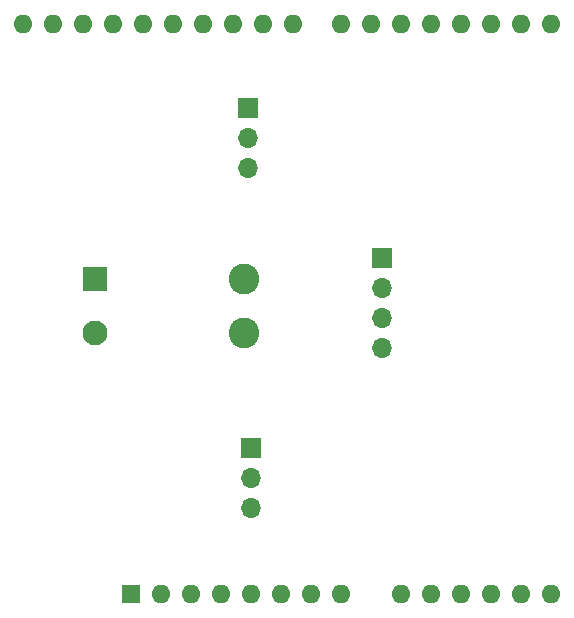
<source format=gbr>
%TF.GenerationSoftware,KiCad,Pcbnew,8.0.6*%
%TF.CreationDate,2025-01-14T17:09:45+01:00*%
%TF.ProjectId,Nivelador Laser,4e697665-6c61-4646-9f72-204c61736572,rev?*%
%TF.SameCoordinates,Original*%
%TF.FileFunction,Soldermask,Top*%
%TF.FilePolarity,Negative*%
%FSLAX46Y46*%
G04 Gerber Fmt 4.6, Leading zero omitted, Abs format (unit mm)*
G04 Created by KiCad (PCBNEW 8.0.6) date 2025-01-14 17:09:45*
%MOMM*%
%LPD*%
G01*
G04 APERTURE LIST*
G04 Aperture macros list*
%AMRoundRect*
0 Rectangle with rounded corners*
0 $1 Rounding radius*
0 $2 $3 $4 $5 $6 $7 $8 $9 X,Y pos of 4 corners*
0 Add a 4 corners polygon primitive as box body*
4,1,4,$2,$3,$4,$5,$6,$7,$8,$9,$2,$3,0*
0 Add four circle primitives for the rounded corners*
1,1,$1+$1,$2,$3*
1,1,$1+$1,$4,$5*
1,1,$1+$1,$6,$7*
1,1,$1+$1,$8,$9*
0 Add four rect primitives between the rounded corners*
20,1,$1+$1,$2,$3,$4,$5,0*
20,1,$1+$1,$4,$5,$6,$7,0*
20,1,$1+$1,$6,$7,$8,$9,0*
20,1,$1+$1,$8,$9,$2,$3,0*%
G04 Aperture macros list end*
%ADD10R,1.700000X1.700000*%
%ADD11O,1.700000X1.700000*%
%ADD12C,2.600000*%
%ADD13RoundRect,0.250001X-0.799999X0.799999X-0.799999X-0.799999X0.799999X-0.799999X0.799999X0.799999X0*%
%ADD14C,2.100000*%
%ADD15R,1.600000X1.600000*%
%ADD16O,1.600000X1.600000*%
G04 APERTURE END LIST*
D10*
%TO.C,Servo2*%
X175895000Y-54864000D03*
D11*
X175895000Y-57404000D03*
X175895000Y-59944000D03*
%TD*%
D10*
%TO.C,IMU1*%
X187223000Y-67574000D03*
D11*
X187223000Y-70114000D03*
X187223000Y-72654000D03*
X187223000Y-75194000D03*
%TD*%
D10*
%TO.C,Servo1*%
X176149000Y-83693000D03*
D11*
X176149000Y-86233000D03*
X176149000Y-88773000D03*
%TD*%
D12*
%TO.C,Laser1*%
X175541000Y-69342000D03*
X175541000Y-73942000D03*
D13*
X162941000Y-69342000D03*
D14*
X162941000Y-73942000D03*
%TD*%
D15*
%TO.C,UNO1*%
X165989000Y-96012000D03*
D16*
X168529000Y-96012000D03*
X171069000Y-96012000D03*
X173609000Y-96012000D03*
X176149000Y-96012000D03*
X178689000Y-96012000D03*
X181229000Y-96012000D03*
X183769000Y-96012000D03*
X188849000Y-96012000D03*
X191389000Y-96012000D03*
X193929000Y-96012000D03*
X196469000Y-96012000D03*
X199009000Y-96012000D03*
X201549000Y-96012000D03*
X201549000Y-47752000D03*
X199009000Y-47752000D03*
X196469000Y-47752000D03*
X193929000Y-47752000D03*
X191389000Y-47752000D03*
X188849000Y-47752000D03*
X186309000Y-47752000D03*
X183769000Y-47752000D03*
X179709000Y-47752000D03*
X177169000Y-47752000D03*
X174629000Y-47752000D03*
X172089000Y-47752000D03*
X169549000Y-47752000D03*
X167009000Y-47752000D03*
X164469000Y-47752000D03*
X161929000Y-47752000D03*
X159389000Y-47752000D03*
X156849000Y-47752000D03*
%TD*%
M02*

</source>
